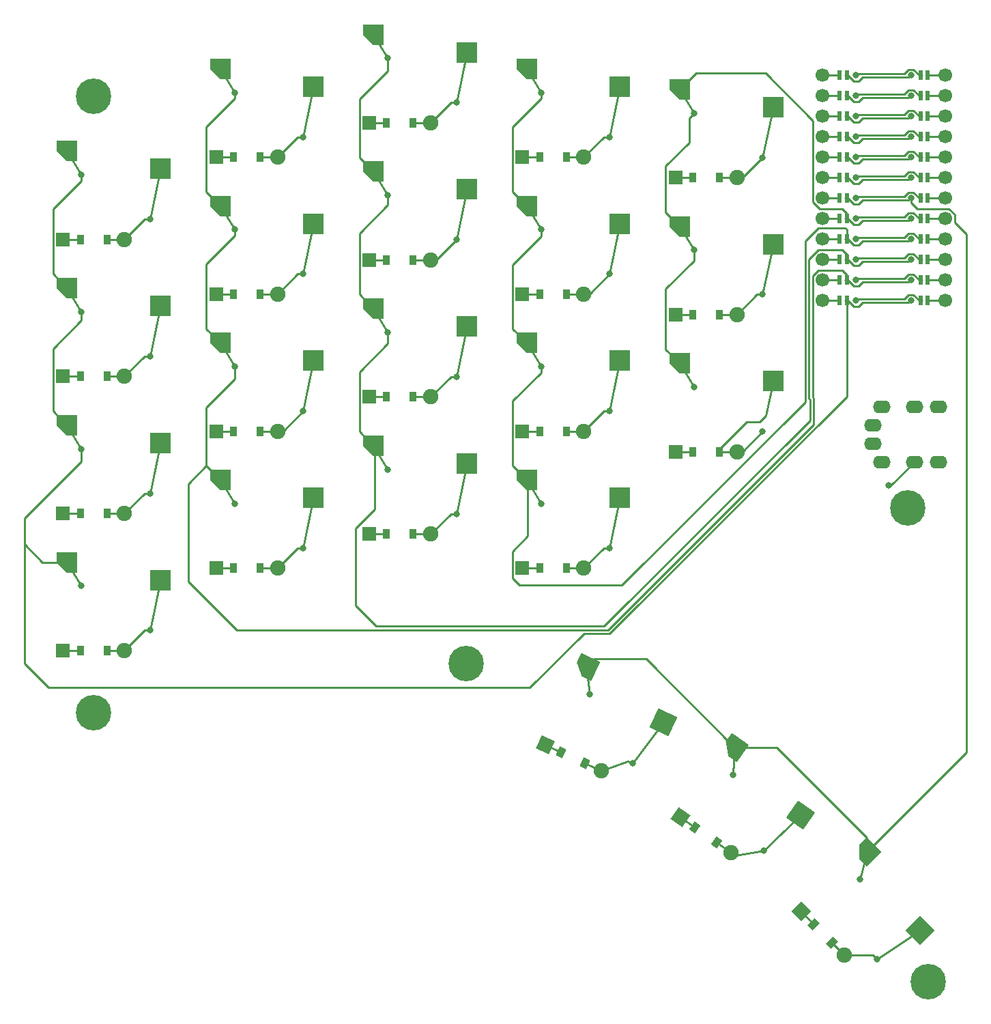
<source format=gbl>
G04 #@! TF.GenerationSoftware,KiCad,Pcbnew,8.0.1*
G04 #@! TF.CreationDate,2024-03-30T10:30:43-04:00*
G04 #@! TF.ProjectId,kipra-kicad,6b697072-612d-46b6-9963-61642e6b6963,v1.0.0*
G04 #@! TF.SameCoordinates,Original*
G04 #@! TF.FileFunction,Copper,L2,Bot*
G04 #@! TF.FilePolarity,Positive*
%FSLAX46Y46*%
G04 Gerber Fmt 4.6, Leading zero omitted, Abs format (unit mm)*
G04 Created by KiCad (PCBNEW 8.0.1) date 2024-03-30 10:30:43*
%MOMM*%
%LPD*%
G01*
G04 APERTURE LIST*
G04 Aperture macros list*
%AMRotRect*
0 Rectangle, with rotation*
0 The origin of the aperture is its center*
0 $1 length*
0 $2 width*
0 $3 Rotation angle, in degrees counterclockwise*
0 Add horizontal line*
21,1,$1,$2,0,0,$3*%
%AMFreePoly0*
4,1,6,1.300000,-1.300000,0.000000,-1.300000,-1.300000,0.000000,-1.300000,1.300000,1.300000,1.300000,1.300000,-1.300000,1.300000,-1.300000,$1*%
G04 Aperture macros list end*
G04 #@! TA.AperFunction,SMDPad,CuDef*
%ADD10R,2.600000X2.600000*%
G04 #@! TD*
G04 #@! TA.AperFunction,SMDPad,CuDef*
%ADD11FreePoly0,0.000000*%
G04 #@! TD*
G04 #@! TA.AperFunction,ComponentPad*
%ADD12C,0.800000*%
G04 #@! TD*
G04 #@! TA.AperFunction,SMDPad,CuDef*
%ADD13RotRect,2.600000X2.600000X315.000000*%
G04 #@! TD*
G04 #@! TA.AperFunction,SMDPad,CuDef*
%ADD14FreePoly0,315.000000*%
G04 #@! TD*
G04 #@! TA.AperFunction,SMDPad,CuDef*
%ADD15RotRect,2.600000X2.600000X325.000000*%
G04 #@! TD*
G04 #@! TA.AperFunction,SMDPad,CuDef*
%ADD16FreePoly0,325.000000*%
G04 #@! TD*
G04 #@! TA.AperFunction,SMDPad,CuDef*
%ADD17RotRect,2.600000X2.600000X335.000000*%
G04 #@! TD*
G04 #@! TA.AperFunction,SMDPad,CuDef*
%ADD18FreePoly0,335.000000*%
G04 #@! TD*
G04 #@! TA.AperFunction,SMDPad,CuDef*
%ADD19R,0.900000X1.200000*%
G04 #@! TD*
G04 #@! TA.AperFunction,ComponentPad*
%ADD20R,1.778000X1.778000*%
G04 #@! TD*
G04 #@! TA.AperFunction,ComponentPad*
%ADD21C,1.905000*%
G04 #@! TD*
G04 #@! TA.AperFunction,SMDPad,CuDef*
%ADD22RotRect,0.900000X1.200000X315.000000*%
G04 #@! TD*
G04 #@! TA.AperFunction,ComponentPad*
%ADD23RotRect,1.778000X1.778000X315.000000*%
G04 #@! TD*
G04 #@! TA.AperFunction,SMDPad,CuDef*
%ADD24RotRect,0.900000X1.200000X325.000000*%
G04 #@! TD*
G04 #@! TA.AperFunction,ComponentPad*
%ADD25RotRect,1.778000X1.778000X325.000000*%
G04 #@! TD*
G04 #@! TA.AperFunction,SMDPad,CuDef*
%ADD26RotRect,0.900000X1.200000X335.000000*%
G04 #@! TD*
G04 #@! TA.AperFunction,ComponentPad*
%ADD27RotRect,1.778000X1.778000X335.000000*%
G04 #@! TD*
G04 #@! TA.AperFunction,ComponentPad*
%ADD28C,1.700000*%
G04 #@! TD*
G04 #@! TA.AperFunction,SMDPad,CuDef*
%ADD29R,0.600000X1.200000*%
G04 #@! TD*
G04 #@! TA.AperFunction,ComponentPad*
%ADD30O,2.200000X1.600000*%
G04 #@! TD*
G04 #@! TA.AperFunction,ComponentPad*
%ADD31C,0.700000*%
G04 #@! TD*
G04 #@! TA.AperFunction,ComponentPad*
%ADD32C,4.400000*%
G04 #@! TD*
G04 #@! TA.AperFunction,ViaPad*
%ADD33C,0.800000*%
G04 #@! TD*
G04 #@! TA.AperFunction,Conductor*
%ADD34C,0.250000*%
G04 #@! TD*
G04 APERTURE END LIST*
D10*
X107839702Y-95852060D03*
D11*
X96289702Y-93652060D03*
D12*
X98064702Y-96602060D03*
X106564702Y-102102060D03*
D10*
X107839703Y-78852061D03*
D11*
X96289703Y-76652061D03*
D12*
X98064703Y-79602061D03*
X106564703Y-85102061D03*
D10*
X107839702Y-61852057D03*
D11*
X96289702Y-59652057D03*
D12*
X98064702Y-62602057D03*
X106564702Y-68102057D03*
D10*
X107839702Y-44852060D03*
D11*
X96289702Y-42652060D03*
D12*
X98064702Y-45602060D03*
X106564702Y-51102060D03*
D10*
X126839700Y-85652055D03*
D11*
X115289700Y-83452055D03*
D12*
X117064700Y-86402055D03*
X125564700Y-91902055D03*
D10*
X126839704Y-68652056D03*
D11*
X115289704Y-66452056D03*
D12*
X117064704Y-69402056D03*
X125564704Y-74902056D03*
D10*
X126839704Y-51652053D03*
D11*
X115289704Y-49452053D03*
D12*
X117064704Y-52402053D03*
X125564704Y-57902053D03*
D10*
X126839707Y-34652059D03*
D11*
X115289707Y-32452059D03*
D12*
X117064707Y-35402059D03*
X125564707Y-40902059D03*
D10*
X145839703Y-81402060D03*
D11*
X134289703Y-79202060D03*
D12*
X136064703Y-82152060D03*
X144564703Y-87652060D03*
D10*
X145839700Y-64402056D03*
D11*
X134289700Y-62202056D03*
D12*
X136064700Y-65152056D03*
X144564700Y-70652056D03*
D10*
X145839705Y-47402059D03*
D11*
X134289705Y-45202059D03*
D12*
X136064705Y-48152059D03*
X144564705Y-53652059D03*
D10*
X145839701Y-30402059D03*
D11*
X134289701Y-28202059D03*
D12*
X136064701Y-31152059D03*
X144564701Y-36652059D03*
D10*
X164839700Y-85652056D03*
D11*
X153289700Y-83452056D03*
D12*
X155064700Y-86402056D03*
X163564700Y-91902056D03*
D10*
X164839701Y-68652059D03*
D11*
X153289701Y-66452059D03*
D12*
X155064701Y-69402059D03*
X163564701Y-74902059D03*
D10*
X164839703Y-51652057D03*
D11*
X153289703Y-49452057D03*
D12*
X155064703Y-52402057D03*
X163564703Y-57902057D03*
D10*
X164839707Y-34652059D03*
D11*
X153289707Y-32452059D03*
D12*
X155064707Y-35402059D03*
X163564707Y-40902059D03*
D10*
X183839700Y-71202058D03*
D11*
X172289700Y-69002058D03*
D12*
X174064700Y-71952058D03*
X182564700Y-77452058D03*
D10*
X183839700Y-54202060D03*
D11*
X172289700Y-52002060D03*
D12*
X174064700Y-54952060D03*
X182564700Y-60452060D03*
D10*
X183839704Y-37202060D03*
D11*
X172289704Y-35002060D03*
D12*
X174064704Y-37952060D03*
X182564704Y-43452060D03*
D13*
X202067665Y-139351723D03*
D14*
X195456216Y-129629003D03*
D12*
X194625365Y-132970083D03*
X196746686Y-142869577D03*
D15*
X187291301Y-125027948D03*
D16*
X179091963Y-116601005D03*
D12*
X178853907Y-120035602D03*
X182662029Y-129416337D03*
D17*
X170252129Y-113487685D03*
D18*
X160714036Y-106612567D03*
D12*
X161076008Y-110036322D03*
X166455224Y-118613270D03*
D19*
X101214707Y-104602056D03*
X97914707Y-104602056D03*
D20*
X95754707Y-104602056D03*
D21*
X103374707Y-104602056D03*
D19*
X101214704Y-87602059D03*
X97914704Y-87602059D03*
D20*
X95754704Y-87602059D03*
D21*
X103374704Y-87602059D03*
D19*
X101214709Y-70602059D03*
X97914709Y-70602059D03*
D20*
X95754709Y-70602059D03*
D21*
X103374709Y-70602059D03*
D19*
X101214705Y-53602057D03*
X97914705Y-53602057D03*
D20*
X95754705Y-53602057D03*
D21*
X103374705Y-53602057D03*
D19*
X120214705Y-94402054D03*
X116914705Y-94402054D03*
D20*
X114754705Y-94402054D03*
D21*
X122374705Y-94402054D03*
D19*
X120214704Y-77402058D03*
X116914704Y-77402058D03*
D20*
X114754704Y-77402058D03*
D21*
X122374704Y-77402058D03*
D19*
X120214706Y-60402060D03*
X116914706Y-60402060D03*
D20*
X114754706Y-60402060D03*
D21*
X122374706Y-60402060D03*
D19*
X120214706Y-43402055D03*
X116914706Y-43402055D03*
D20*
X114754706Y-43402055D03*
D21*
X122374706Y-43402055D03*
D19*
X139214707Y-90152058D03*
X135914707Y-90152058D03*
D20*
X133754707Y-90152058D03*
D21*
X141374707Y-90152058D03*
D19*
X139214705Y-73152062D03*
X135914705Y-73152062D03*
D20*
X133754705Y-73152062D03*
D21*
X141374705Y-73152062D03*
D19*
X139214703Y-56152059D03*
X135914703Y-56152059D03*
D20*
X133754703Y-56152059D03*
D21*
X141374703Y-56152059D03*
D19*
X139214704Y-39152057D03*
X135914704Y-39152057D03*
D20*
X133754704Y-39152057D03*
D21*
X141374704Y-39152057D03*
D19*
X158214707Y-94402057D03*
X154914707Y-94402057D03*
D20*
X152754707Y-94402057D03*
D21*
X160374707Y-94402057D03*
D19*
X158214707Y-77402055D03*
X154914707Y-77402055D03*
D20*
X152754707Y-77402055D03*
D21*
X160374707Y-77402055D03*
D19*
X158214705Y-60402059D03*
X154914705Y-60402059D03*
D20*
X152754705Y-60402059D03*
D21*
X160374705Y-60402059D03*
D19*
X158214703Y-43402054D03*
X154914703Y-43402054D03*
D20*
X152754703Y-43402054D03*
D21*
X160374703Y-43402054D03*
D19*
X177214704Y-79952057D03*
X173914704Y-79952057D03*
D20*
X171754704Y-79952057D03*
D21*
X179374704Y-79952057D03*
D19*
X177214700Y-62952058D03*
X173914700Y-62952058D03*
D20*
X171754700Y-62952058D03*
D21*
X179374700Y-62952058D03*
D19*
X177214700Y-45952056D03*
X173914700Y-45952056D03*
D20*
X171754700Y-45952056D03*
D21*
X179374700Y-45952056D03*
D22*
X191195893Y-140854317D03*
X188862441Y-138520865D03*
D23*
X187335090Y-136993514D03*
D21*
X192723244Y-142381668D03*
D24*
X176845629Y-128395584D03*
X174142427Y-126502782D03*
D25*
X172373059Y-125263857D03*
D21*
X178614997Y-129634509D03*
D26*
X160549936Y-118618029D03*
X157559120Y-117223389D03*
D27*
X155601495Y-116310534D03*
D21*
X162507561Y-119530884D03*
D28*
X189944704Y-33252055D03*
X205184704Y-33252055D03*
D12*
X200964704Y-33252055D03*
X194164704Y-33252055D03*
D29*
X192084704Y-33252055D03*
X192984705Y-33252055D03*
X202144704Y-33252055D03*
X203044703Y-33252055D03*
D28*
X189944704Y-35792055D03*
X205184704Y-35792055D03*
D12*
X200964704Y-35792055D03*
X194164704Y-35792055D03*
D29*
X192084703Y-35792055D03*
X192984704Y-35792055D03*
X202144703Y-35792055D03*
X203044704Y-35792055D03*
D28*
X189944704Y-38332055D03*
X205184704Y-38332055D03*
D12*
X200964705Y-38332055D03*
X194164703Y-38332056D03*
D29*
X192084704Y-38332055D03*
X192984704Y-38332055D03*
X202144704Y-38332054D03*
X203044705Y-38332055D03*
D28*
X189944705Y-40872055D03*
X205184704Y-40872055D03*
D12*
X200964704Y-40872055D03*
X194164703Y-40872055D03*
D29*
X192084704Y-40872055D03*
X192984705Y-40872054D03*
X202144704Y-40872055D03*
X203044704Y-40872055D03*
D28*
X189944704Y-43412055D03*
X205184704Y-43412055D03*
D12*
X200964704Y-43412055D03*
X194164704Y-43412055D03*
D29*
X192084704Y-43412055D03*
X192984704Y-43412055D03*
X202144704Y-43412055D03*
X203044704Y-43412055D03*
D28*
X189944704Y-45952055D03*
X205184704Y-45952055D03*
D12*
X200964704Y-45952055D03*
X194164704Y-45952055D03*
D29*
X192084705Y-45952055D03*
X192984704Y-45952055D03*
X202144704Y-45952055D03*
X203044703Y-45952055D03*
D28*
X189944704Y-48492055D03*
X205184704Y-48492055D03*
D12*
X200964704Y-48492055D03*
X194164704Y-48492055D03*
D29*
X192084704Y-48492055D03*
X192984704Y-48492055D03*
X202144704Y-48492055D03*
X203044704Y-48492055D03*
D28*
X189944704Y-51032055D03*
X205184703Y-51032055D03*
D12*
X200964705Y-51032055D03*
X194164704Y-51032055D03*
D29*
X192084704Y-51032055D03*
X192984704Y-51032055D03*
X202144703Y-51032056D03*
X203044704Y-51032055D03*
D28*
X189944704Y-53572055D03*
X205184704Y-53572055D03*
D12*
X200964705Y-53572054D03*
X194164703Y-53572055D03*
D29*
X192084703Y-53572055D03*
X192984704Y-53572056D03*
X202144704Y-53572055D03*
X203044704Y-53572055D03*
D28*
X189944704Y-56112055D03*
X205184704Y-56112055D03*
D12*
X200964704Y-56112055D03*
X194164704Y-56112055D03*
D29*
X192084704Y-56112055D03*
X192984705Y-56112055D03*
X202144704Y-56112055D03*
X203044705Y-56112055D03*
D28*
X189944704Y-58652055D03*
X205184704Y-58652055D03*
D12*
X200964704Y-58652055D03*
X194164704Y-58652055D03*
D29*
X192084705Y-58652055D03*
X192984704Y-58652055D03*
X202144703Y-58652055D03*
X203044704Y-58652055D03*
D28*
X189944706Y-61192054D03*
X205184704Y-61192055D03*
D12*
X200964704Y-61192055D03*
X194164704Y-61192055D03*
D29*
X192084704Y-61192055D03*
X192984703Y-61192055D03*
X202144702Y-61192055D03*
X203044704Y-61192055D03*
D30*
X196264699Y-76652058D03*
X197364698Y-81252058D03*
X201364699Y-81252058D03*
X204364700Y-81252058D03*
X196264699Y-78952058D03*
X197364699Y-74352058D03*
X201364700Y-74352057D03*
X204364699Y-74352057D03*
D31*
X100731431Y-113518785D03*
D32*
X99564705Y-112352059D03*
D31*
X99564705Y-114002059D03*
X100731431Y-111185333D03*
X97914705Y-112352059D03*
X98397979Y-111185333D03*
X98397979Y-113518785D03*
X101214705Y-112352059D03*
X99564705Y-110702059D03*
X100731426Y-37018783D03*
D32*
X99564700Y-35852057D03*
D31*
X99564700Y-37502057D03*
X100731426Y-34685331D03*
X97914700Y-35852057D03*
X98397974Y-34685331D03*
X98397974Y-37018783D03*
X101214700Y-35852057D03*
X99564700Y-34202057D03*
X201731430Y-88118785D03*
D32*
X200564704Y-86952059D03*
D31*
X200564704Y-88602059D03*
X201731430Y-85785333D03*
X198914704Y-86952059D03*
X199397978Y-85785333D03*
X199397978Y-88118785D03*
X202214704Y-86952059D03*
X200564704Y-85302059D03*
X146324713Y-107755152D03*
D32*
X145760381Y-106204659D03*
D31*
X145063061Y-107700067D03*
X147310874Y-105640327D03*
X144264973Y-105507339D03*
X145196049Y-104654166D03*
X144209888Y-106768991D03*
X147255789Y-106901979D03*
X146457701Y-104709251D03*
X203110645Y-147347999D03*
D32*
X203110645Y-145697999D03*
D31*
X201943919Y-146864725D03*
X204760645Y-145697999D03*
X201943919Y-144531273D03*
X203110645Y-144047999D03*
X201460645Y-145697999D03*
X204277371Y-146864725D03*
X204277371Y-144531273D03*
D33*
X198200079Y-84147059D03*
D34*
X198200079Y-84147059D02*
X198469698Y-84147059D01*
X198469698Y-84147059D02*
X201364699Y-81252058D01*
X179374700Y-62952058D02*
X181874698Y-60452060D01*
X181874698Y-60452060D02*
X182564700Y-60452060D01*
X177214700Y-62952058D02*
X179374700Y-62952058D01*
X192984704Y-53572056D02*
X192984704Y-52401759D01*
X192790000Y-52207055D02*
X189458003Y-52207055D01*
X192984704Y-52401759D02*
X192790000Y-52207055D01*
X189458003Y-52207055D02*
X187869699Y-53795359D01*
X153439700Y-90400300D02*
X153439700Y-83602056D01*
X187869699Y-53795359D02*
X187869699Y-73750301D01*
X187869699Y-73750301D02*
X165100000Y-96520000D01*
X165100000Y-96520000D02*
X152400000Y-96520000D01*
X152400000Y-96520000D02*
X151540707Y-95660707D01*
X151540707Y-95660707D02*
X151540707Y-92299293D01*
X151540707Y-92299293D02*
X153439700Y-90400300D01*
X153439700Y-83602056D02*
X153289700Y-83452056D01*
X192459704Y-54937055D02*
X193139698Y-55617049D01*
X188319699Y-56075359D02*
X189458003Y-54937055D01*
X188319699Y-73383303D02*
X188319699Y-56075359D01*
X188410000Y-73473604D02*
X188319699Y-73383303D01*
X134620000Y-101600000D02*
X162878198Y-101600000D01*
X188410000Y-76068198D02*
X188410000Y-73473604D01*
X132080000Y-99060000D02*
X134620000Y-101600000D01*
X132080000Y-89436757D02*
X132080000Y-99060000D01*
X189458003Y-54937055D02*
X192459704Y-54937055D01*
X134439703Y-87077054D02*
X132080000Y-89436757D01*
X134439703Y-79352060D02*
X134439703Y-87077054D01*
X162878198Y-101600000D02*
X188410000Y-76068198D01*
X134289703Y-79202060D02*
X134439703Y-79352060D01*
X193139698Y-55617049D02*
X193139698Y-56112056D01*
X177214704Y-79952057D02*
X179374704Y-79952057D01*
X179374704Y-79952057D02*
X180064701Y-79952057D01*
X180064701Y-79952057D02*
X182564700Y-77452058D01*
X134289700Y-62202056D02*
X132540703Y-60453059D01*
X132540703Y-60453059D02*
X132540703Y-52879297D01*
X132540703Y-52879297D02*
X136064705Y-49355295D01*
X136064705Y-49355295D02*
X136064705Y-48152059D01*
X153289701Y-66452059D02*
X151540705Y-64703063D01*
X151540705Y-64703063D02*
X151540705Y-56739295D01*
X151540705Y-56739295D02*
X155064703Y-53215297D01*
X155064703Y-53215297D02*
X155064703Y-52402057D01*
X115289700Y-83452055D02*
X113540704Y-81703059D01*
X113540704Y-81703059D02*
X113540703Y-81703059D01*
X91004708Y-88207055D02*
X91004708Y-91440000D01*
X91004708Y-91440000D02*
X91004708Y-106244708D01*
X96289702Y-93652060D02*
X93216768Y-93652060D01*
X93216768Y-93652060D02*
X91004708Y-91440000D01*
X163569188Y-102500000D02*
X192984703Y-73084485D01*
X188860000Y-76572792D02*
X188860000Y-73287208D01*
X153672792Y-109220000D02*
X160392792Y-102500000D01*
X96284705Y-76652063D02*
X98064700Y-79602060D01*
X113540705Y-74471058D02*
X113540703Y-81703059D01*
X98064700Y-79602060D02*
X98064700Y-81147063D01*
X160392792Y-102500000D02*
X163569188Y-102500000D01*
X91004708Y-106244708D02*
X93980000Y-109220000D01*
X188860000Y-73287208D02*
X188769699Y-73196907D01*
X98064700Y-81147063D02*
X91004708Y-88207055D01*
X117064701Y-69402057D02*
X117064705Y-70947058D01*
X192984703Y-73084485D02*
X192984703Y-61192056D01*
X177214707Y-79952059D02*
X177214707Y-79669000D01*
X192459705Y-57477057D02*
X192984704Y-58002055D01*
X182166546Y-76277058D02*
X182969861Y-75473743D01*
X113540703Y-81703059D02*
X111324705Y-83919057D01*
X188769699Y-73196907D02*
X188769699Y-58165355D01*
X93980000Y-109220000D02*
X153672792Y-109220000D01*
X115284703Y-66452059D02*
X117064701Y-69402057D01*
X180606649Y-76277058D02*
X182166546Y-76277058D01*
X189458004Y-57477059D02*
X192459705Y-57477057D01*
X117290000Y-102050000D02*
X163382792Y-102050000D01*
X182969861Y-75473743D02*
X183844703Y-71202059D01*
X111324705Y-83919057D02*
X111324705Y-96084705D01*
X192984704Y-58002055D02*
X192984704Y-58652058D01*
X177214707Y-79669000D02*
X180606649Y-76277058D01*
X117064705Y-70947058D02*
X113540705Y-74471058D01*
X163382792Y-102050000D02*
X188860000Y-76572792D01*
X188769699Y-58165355D02*
X189458004Y-57477059D01*
X111324705Y-96084705D02*
X117290000Y-102050000D01*
X172289704Y-35002060D02*
X174271764Y-33020000D01*
X174271764Y-33020000D02*
X182907644Y-33020000D01*
X182907644Y-33020000D02*
X188769704Y-38882060D01*
X192459704Y-49857055D02*
X192984704Y-50382055D01*
X188769704Y-38882060D02*
X188769704Y-48978756D01*
X188769704Y-48978756D02*
X189648003Y-49857055D01*
X189648003Y-49857055D02*
X192459704Y-49857055D01*
X192984704Y-50382055D02*
X192984704Y-51032055D01*
X187335090Y-136993510D02*
X187335093Y-136993519D01*
X187335093Y-136993519D02*
X188862444Y-138520870D01*
X192723240Y-142381670D02*
X192723241Y-142381665D01*
X192723241Y-142381665D02*
X191195896Y-140854315D01*
X192723240Y-142381670D02*
X196258778Y-142381668D01*
X196258778Y-142381668D02*
X196746688Y-142869579D01*
X178614992Y-129634513D02*
X179180209Y-130030278D01*
X179180209Y-130030278D02*
X182662030Y-129416342D01*
X176845627Y-128395585D02*
X178614991Y-129634510D01*
X178614991Y-129634510D02*
X178614992Y-129634513D01*
X172373058Y-125263856D02*
X174142421Y-126502783D01*
X174142421Y-126502783D02*
X174142424Y-126502786D01*
X162507565Y-119530886D02*
X165829872Y-118321667D01*
X165829872Y-118321667D02*
X166455225Y-118613274D01*
X157559118Y-117223392D02*
X155601495Y-116310535D01*
X162507565Y-119530886D02*
X160549933Y-118618031D01*
X172289700Y-52002058D02*
X170540705Y-50253058D01*
X170540705Y-50253058D02*
X170540705Y-44526055D01*
X170540705Y-44526055D02*
X173475204Y-41591556D01*
X173475204Y-41591556D02*
X173475202Y-38541554D01*
X173475202Y-38541554D02*
X174064705Y-37952062D01*
X172289702Y-69002056D02*
X170540706Y-67253059D01*
X170540706Y-67253059D02*
X170540704Y-59766055D01*
X170540704Y-59766055D02*
X174064705Y-56242060D01*
X174064705Y-56242060D02*
X174064702Y-54952056D01*
X171754704Y-79952053D02*
X173914703Y-79952057D01*
X171754706Y-62952060D02*
X173914703Y-62952061D01*
X171754703Y-45952058D02*
X173914704Y-45952059D01*
X177214703Y-45952052D02*
X179374706Y-45952051D01*
X182564701Y-43452061D02*
X180064703Y-45952057D01*
X180064703Y-45952057D02*
X179374706Y-45952051D01*
X152754705Y-43402060D02*
X154914706Y-43402057D01*
X158214697Y-43402054D02*
X160374707Y-43402059D01*
X163564702Y-40902056D02*
X162874705Y-40902059D01*
X162874705Y-40902059D02*
X160374707Y-43402059D01*
X153289701Y-49452060D02*
X151540700Y-47703055D01*
X151540700Y-47703055D02*
X151540701Y-39659739D01*
X151540701Y-39659739D02*
X155064703Y-36135743D01*
X155064703Y-36135743D02*
X155064701Y-35402059D01*
X152754703Y-60402060D02*
X154914702Y-60402061D01*
X158214704Y-60402059D02*
X160374706Y-60402061D01*
X163564703Y-57902060D02*
X161064707Y-60402055D01*
X161064707Y-60402055D02*
X160374706Y-60402061D01*
X153289706Y-83452058D02*
X151540703Y-81703056D01*
X151540703Y-81703056D02*
X151540704Y-73659743D01*
X155064705Y-70135745D02*
X155064701Y-69402063D01*
X151540704Y-73659743D02*
X155064705Y-70135745D01*
X160374702Y-77402057D02*
X162874703Y-74902054D01*
X162874703Y-74902054D02*
X163564702Y-74902061D01*
X158214704Y-77402060D02*
X160374702Y-77402057D01*
X152754701Y-77402057D02*
X154914703Y-77402058D01*
X154914704Y-94402061D02*
X152754701Y-94402058D01*
X160374704Y-94402061D02*
X158214706Y-94402057D01*
X160374704Y-94402061D02*
X162874703Y-91902056D01*
X162874703Y-91902056D02*
X163564702Y-91902059D01*
X141374702Y-90152059D02*
X143874702Y-87652058D01*
X143874702Y-87652058D02*
X144564701Y-87652058D01*
X139214707Y-90152059D02*
X141374702Y-90152059D01*
X133754702Y-90152059D02*
X135914705Y-90152058D01*
X134289705Y-79202058D02*
X132540705Y-77453060D01*
X132540705Y-77453060D02*
X132540703Y-70036063D01*
X132540703Y-70036063D02*
X136064703Y-66512056D01*
X136064703Y-66512056D02*
X136064705Y-65152055D01*
X139214705Y-73152058D02*
X141374704Y-73152056D01*
X133754706Y-73152056D02*
X135914705Y-73152060D01*
X144564702Y-70652055D02*
X143874706Y-70652059D01*
X143874706Y-70652059D02*
X141374704Y-73152056D01*
X139214704Y-56152060D02*
X141374704Y-56152057D01*
X133754705Y-56152052D02*
X135914705Y-56152058D01*
X144564700Y-53652054D02*
X142064702Y-56152059D01*
X142064702Y-56152059D02*
X141374704Y-56152057D01*
X134289702Y-45202062D02*
X132540700Y-43453057D01*
X132540700Y-43453057D02*
X132540701Y-36221056D01*
X132540701Y-36221056D02*
X136064708Y-32697057D01*
X136064708Y-32697057D02*
X136064705Y-31152056D01*
X139214706Y-39152059D02*
X141374704Y-39152057D01*
X133754706Y-39152058D02*
X135914700Y-39152059D01*
X144564706Y-36652057D02*
X143874704Y-36652057D01*
X143874704Y-36652057D02*
X141374704Y-39152057D01*
X114754703Y-94402059D02*
X116914700Y-94402058D01*
X120214699Y-94402053D02*
X122374707Y-94402052D01*
X122374707Y-94402052D02*
X124874700Y-91902056D01*
X124874700Y-91902056D02*
X125564704Y-91902058D01*
X120214703Y-77402060D02*
X122374701Y-77402058D01*
X114754701Y-77402060D02*
X116914697Y-77402059D01*
X125564706Y-74902061D02*
X123064703Y-77402057D01*
X123064703Y-77402057D02*
X122374701Y-77402058D01*
X115289702Y-66452058D02*
X113540702Y-64703055D01*
X113540702Y-64703055D02*
X113540703Y-56659746D01*
X113540703Y-56659746D02*
X117064705Y-53135739D01*
X117064705Y-53135739D02*
X117064703Y-52402060D01*
X114754699Y-60402064D02*
X116914710Y-60402059D01*
X120214704Y-60402060D02*
X122374704Y-60402055D01*
X122374704Y-60402055D02*
X124874703Y-57902058D01*
X124874703Y-57902058D02*
X125564699Y-57902059D01*
X115289704Y-49452059D02*
X113540704Y-47703060D01*
X113540704Y-47703060D02*
X113540703Y-39659742D01*
X113540703Y-39659742D02*
X117064703Y-36135738D01*
X117064703Y-36135738D02*
X117064702Y-35402055D01*
X114754703Y-43402056D02*
X116914709Y-43402058D01*
X120214702Y-43402059D02*
X122374704Y-43402055D01*
X122374704Y-43402055D02*
X124874703Y-40902052D01*
X124874703Y-40902052D02*
X125564700Y-40902060D01*
X101214701Y-53602056D02*
X103374704Y-53602058D01*
X95754703Y-53602055D02*
X97914706Y-53602056D01*
X101214709Y-70602057D02*
X103374704Y-70602058D01*
X95754698Y-70602056D02*
X97914706Y-70602061D01*
X97914706Y-87602058D02*
X95754701Y-87602059D01*
X103374704Y-87602059D02*
X101214704Y-87602060D01*
X101214700Y-104602059D02*
X103374701Y-104602055D01*
X97914705Y-104602057D02*
X95754698Y-104602057D01*
X103374701Y-104602055D02*
X105874704Y-102102057D01*
X105874704Y-102102057D02*
X106564706Y-102102056D01*
X103374704Y-87602059D02*
X105874700Y-85102055D01*
X105874700Y-85102055D02*
X106564706Y-85102061D01*
X103374704Y-70602058D02*
X105874705Y-68102061D01*
X105874705Y-68102061D02*
X106564704Y-68102059D01*
X103374704Y-53602058D02*
X105874704Y-51102057D01*
X105874704Y-51102057D02*
X106564701Y-51102059D01*
X96289706Y-59652054D02*
X94540703Y-57903058D01*
X94540703Y-57903058D02*
X94540700Y-49859739D01*
X98064703Y-46335744D02*
X98064701Y-45602059D01*
X94540700Y-49859739D02*
X98064703Y-46335744D01*
X96289703Y-76652054D02*
X94540704Y-74903055D01*
X94540704Y-74903055D02*
X94540706Y-67186058D01*
X94540706Y-67186058D02*
X98064707Y-63662057D01*
X98064707Y-63662057D02*
X98064702Y-62602059D01*
X179091964Y-116601004D02*
X184271703Y-116601006D01*
X184271703Y-116601006D02*
X195456214Y-127785521D01*
X195456214Y-127785521D02*
X195456214Y-129628999D01*
X160714041Y-106612562D02*
X161696034Y-105630566D01*
X161696034Y-105630566D02*
X168121526Y-105630567D01*
X168121526Y-105630567D02*
X179091964Y-116601004D01*
X195456214Y-129628999D02*
X207844706Y-117240511D01*
X207844706Y-117240511D02*
X207844703Y-53003757D01*
X207844703Y-53003757D02*
X206359704Y-51518762D01*
X205671403Y-49857058D02*
X201764019Y-49857058D01*
X206359704Y-51518762D02*
X206359701Y-50545357D01*
X206359701Y-50545357D02*
X205671403Y-49857058D01*
X201764019Y-49857058D02*
X200964702Y-49057743D01*
X200964702Y-49057743D02*
X200964700Y-48492061D01*
X96284706Y-93652058D02*
X98064702Y-96602059D01*
X107844705Y-95852060D02*
X106564706Y-102102056D01*
X107844700Y-78852061D02*
X106564706Y-85102061D01*
X96284701Y-59652059D02*
X98064702Y-62602059D01*
X107844703Y-61852059D02*
X106564704Y-68102059D01*
X96284703Y-42652056D02*
X98064701Y-45602059D01*
X107844705Y-44852059D02*
X106564701Y-51102059D01*
X115284703Y-83452057D02*
X117064706Y-86402057D01*
X126844704Y-85652059D02*
X125564704Y-91902058D01*
X126844703Y-68652058D02*
X125564706Y-74902061D01*
X115284704Y-49452063D02*
X117064703Y-52402060D01*
X126844706Y-51652052D02*
X125564699Y-57902059D01*
X115284707Y-32452057D02*
X117064702Y-35402055D01*
X126844705Y-34652056D02*
X125564700Y-40902060D01*
X134284704Y-79202060D02*
X136064700Y-82152057D01*
X145844706Y-81402059D02*
X144564701Y-87652058D01*
X134284703Y-62202055D02*
X136064705Y-65152055D01*
X145844706Y-64402057D02*
X144564702Y-70652055D01*
X134284703Y-45202061D02*
X136064705Y-48152056D01*
X145844700Y-47402055D02*
X144564700Y-53652054D01*
X134284702Y-28202060D02*
X136064705Y-31152056D01*
X145844702Y-30402059D02*
X144564706Y-36652057D01*
X153284704Y-83452059D02*
X155064705Y-86402062D01*
X164844706Y-85652058D02*
X163564702Y-91902059D01*
X153284700Y-66452061D02*
X155064701Y-69402063D01*
X164844701Y-68652054D02*
X163564702Y-74902061D01*
X153284703Y-49452058D02*
X155064703Y-52402061D01*
X164844705Y-51652060D02*
X163564703Y-57902060D01*
X153284703Y-32452062D02*
X155064701Y-35402059D01*
X164844697Y-34652064D02*
X163564702Y-40902056D01*
X172284703Y-69002059D02*
X174064702Y-71952059D01*
X172284699Y-52002054D02*
X174064702Y-54952056D01*
X183844703Y-54202058D02*
X182564703Y-60452057D01*
X172284703Y-35002059D02*
X174064705Y-37952062D01*
X183844708Y-37202060D02*
X182564701Y-43452061D01*
X195454700Y-129632061D02*
X194624705Y-132972054D01*
X202064703Y-139352061D02*
X196744701Y-142872058D01*
X179094703Y-116602061D02*
X178854706Y-120032056D01*
X187294704Y-125032060D02*
X182664702Y-129412055D01*
X160714703Y-106612056D02*
X161074705Y-110032060D01*
X170254704Y-113492058D02*
X166454704Y-118612060D01*
X189944705Y-33252053D02*
X192064702Y-33252055D01*
X205184704Y-33252062D02*
X203064702Y-33252060D01*
X194959705Y-33482054D02*
X200734705Y-33482055D01*
X192789702Y-33252059D02*
X193139704Y-33252060D01*
X193864698Y-33977058D02*
X194464700Y-33977058D01*
X193139704Y-33252060D02*
X193864698Y-33977058D01*
X194464700Y-33977058D02*
X194959705Y-33482054D01*
X202339703Y-33252057D02*
X201989703Y-33252057D01*
X200159705Y-33032054D02*
X194384707Y-33032060D01*
X201989703Y-33252057D02*
X201264702Y-32527058D01*
X201264702Y-32527058D02*
X200664703Y-32527065D01*
X200664703Y-32527065D02*
X200159705Y-33032054D01*
X189944706Y-35792057D02*
X192064706Y-35792060D01*
X205184703Y-35792056D02*
X203064704Y-35792059D01*
X194959706Y-36022059D02*
X200734702Y-36022058D01*
X192789704Y-35792057D02*
X193139704Y-35792054D01*
X193864706Y-36517057D02*
X194464704Y-36517058D01*
X193139704Y-35792054D02*
X193864706Y-36517057D01*
X194464704Y-36517058D02*
X194959706Y-36022059D01*
X202339703Y-35792055D02*
X201989704Y-35792056D01*
X200159701Y-35572060D02*
X194384703Y-35572059D01*
X201989704Y-35792056D02*
X201264703Y-35067056D01*
X201264703Y-35067056D02*
X200664706Y-35067055D01*
X200664706Y-35067055D02*
X200159701Y-35572060D01*
X189944700Y-38332057D02*
X192064703Y-38332054D01*
X205184698Y-38332058D02*
X203064698Y-38332055D01*
X194959706Y-38562062D02*
X200734704Y-38562061D01*
X192789706Y-38332056D02*
X193139706Y-38332056D01*
X193864703Y-39057056D02*
X194464704Y-39057058D01*
X193139706Y-38332056D02*
X193864703Y-39057056D01*
X194464704Y-39057058D02*
X194959706Y-38562062D01*
X202339704Y-38332061D02*
X201989700Y-38332060D01*
X200159703Y-38112061D02*
X194384703Y-38112059D01*
X201989700Y-38332060D02*
X201264703Y-37607056D01*
X201264703Y-37607056D02*
X200664705Y-37607056D01*
X200664705Y-37607056D02*
X200159703Y-38112061D01*
X189944703Y-40872056D02*
X192064705Y-40872054D01*
X205184703Y-40872055D02*
X203064700Y-40872056D01*
X194959707Y-41102060D02*
X200734705Y-41102060D01*
X192789708Y-40872059D02*
X193139704Y-40872058D01*
X193864703Y-41597061D02*
X194464703Y-41597056D01*
X193139704Y-40872058D02*
X193864703Y-41597061D01*
X194464703Y-41597056D02*
X194959707Y-41102060D01*
X202339702Y-40872054D02*
X201989708Y-40872059D01*
X200159702Y-40652056D02*
X194384705Y-40652057D01*
X201989708Y-40872059D02*
X201264706Y-40147058D01*
X201264706Y-40147058D02*
X200664705Y-40147055D01*
X200664705Y-40147055D02*
X200159702Y-40652056D01*
X189944704Y-43412059D02*
X192064707Y-43412059D01*
X205184703Y-43412057D02*
X203064701Y-43412061D01*
X194959701Y-43642061D02*
X200734706Y-43642055D01*
X192789702Y-43412058D02*
X193139703Y-43412058D01*
X193864705Y-44137058D02*
X194464708Y-44137059D01*
X193139703Y-43412058D02*
X193864705Y-44137058D01*
X194464708Y-44137059D02*
X194959701Y-43642061D01*
X202339702Y-43412061D02*
X201989706Y-43412058D01*
X200159700Y-43192053D02*
X194384700Y-43192059D01*
X201989706Y-43412058D02*
X201264704Y-42687057D01*
X201264704Y-42687057D02*
X200664707Y-42687054D01*
X200664707Y-42687054D02*
X200159700Y-43192053D01*
X189944707Y-45952057D02*
X192064705Y-45952057D01*
X205184704Y-45952058D02*
X203064706Y-45952057D01*
X194959706Y-46182058D02*
X200734702Y-46182052D01*
X192789700Y-45952057D02*
X193139705Y-45952060D01*
X193864702Y-46677054D02*
X194464703Y-46677057D01*
X193139705Y-45952060D02*
X193864702Y-46677054D01*
X194464703Y-46677057D02*
X194959706Y-46182058D01*
X202339703Y-45952059D02*
X201989702Y-45952058D01*
X200159700Y-45732053D02*
X194384704Y-45732061D01*
X201989702Y-45952058D02*
X201264703Y-45227053D01*
X201264703Y-45227053D02*
X200664701Y-45227059D01*
X200664701Y-45227059D02*
X200159700Y-45732053D01*
X189944703Y-48492058D02*
X192064704Y-48492065D01*
X205184704Y-48492060D02*
X203064702Y-48492058D01*
X194959701Y-48722056D02*
X200734701Y-48722059D01*
X192789703Y-48492056D02*
X193139705Y-48492059D01*
X193864704Y-49217058D02*
X194464703Y-49217055D01*
X193139705Y-48492059D02*
X193864704Y-49217058D01*
X194464703Y-49217055D02*
X194959701Y-48722056D01*
X202339701Y-48492057D02*
X201989703Y-48492060D01*
X200159703Y-48272059D02*
X194384704Y-48272057D01*
X201989703Y-48492060D02*
X201264703Y-47767054D01*
X201264703Y-47767054D02*
X200664700Y-47767058D01*
X200664700Y-47767058D02*
X200159703Y-48272059D01*
X189944701Y-51032058D02*
X192064702Y-51032059D01*
X205184705Y-51032058D02*
X203064703Y-51032060D01*
X194959708Y-51262058D02*
X200734698Y-51262057D01*
X192789705Y-51032060D02*
X193139703Y-51032064D01*
X193864702Y-51757056D02*
X194464704Y-51757059D01*
X193139703Y-51032064D02*
X193864702Y-51757056D01*
X194464704Y-51757059D02*
X194959708Y-51262058D01*
X202339702Y-51032061D02*
X201989699Y-51032057D01*
X200159705Y-50812057D02*
X194384705Y-50812057D01*
X201989699Y-51032057D02*
X201264702Y-50307058D01*
X201264702Y-50307058D02*
X200664703Y-50307058D01*
X200664703Y-50307058D02*
X200159705Y-50812057D01*
X189944704Y-53572058D02*
X192064700Y-53572057D01*
X205184699Y-53572056D02*
X203064705Y-53572054D01*
X194959699Y-53802058D02*
X200734702Y-53802054D01*
X192789704Y-53572061D02*
X193139704Y-53572055D01*
X193864704Y-54297059D02*
X194464704Y-54297057D01*
X193139704Y-53572055D02*
X193864704Y-54297059D01*
X194464704Y-54297057D02*
X194959699Y-53802058D01*
X202339703Y-53572061D02*
X201989700Y-53572058D01*
X200159704Y-53352059D02*
X194384704Y-53352056D01*
X201989700Y-53572058D02*
X201264700Y-52847057D01*
X201264700Y-52847057D02*
X200664706Y-52847061D01*
X200664706Y-52847061D02*
X200159704Y-53352059D01*
X189944704Y-56112058D02*
X192064702Y-56112058D01*
X205184703Y-56112059D02*
X203064703Y-56112056D01*
X194959705Y-56342058D02*
X200734698Y-56342059D01*
X192789704Y-56112056D02*
X193139698Y-56112056D01*
X193864704Y-56837060D02*
X194464706Y-56837059D01*
X193139698Y-56112056D02*
X193864704Y-56837060D01*
X194464706Y-56837059D02*
X194959705Y-56342058D01*
X202339705Y-56112060D02*
X201989704Y-56112056D01*
X200159705Y-55892059D02*
X194384700Y-55892058D01*
X201989704Y-56112056D02*
X201264702Y-55387056D01*
X201264702Y-55387056D02*
X200664701Y-55387054D01*
X200664701Y-55387054D02*
X200159705Y-55892059D01*
X189944700Y-58652064D02*
X192064705Y-58652060D01*
X205184700Y-58652059D02*
X203064702Y-58652055D01*
X194959703Y-58882060D02*
X200734697Y-58882059D01*
X192789702Y-58652058D02*
X193139701Y-58652053D01*
X193864700Y-59377059D02*
X194464701Y-59377059D01*
X193139701Y-58652053D02*
X193864700Y-59377059D01*
X194464701Y-59377059D02*
X194959703Y-58882060D01*
X202339706Y-58652060D02*
X201989702Y-58652057D01*
X200159702Y-58432060D02*
X194384703Y-58432058D01*
X201989702Y-58652057D02*
X201264701Y-57927056D01*
X201264701Y-57927056D02*
X200664704Y-57927057D01*
X200664704Y-57927057D02*
X200159702Y-58432060D01*
X189944706Y-61192056D02*
X192064707Y-61192055D01*
X205184705Y-61192059D02*
X203064701Y-61192059D01*
X194959705Y-61422056D02*
X200734699Y-61422060D01*
X192789702Y-61192059D02*
X193139701Y-61192055D01*
X193864702Y-61917063D02*
X194464702Y-61917058D01*
X193139701Y-61192055D02*
X193864702Y-61917063D01*
X194464702Y-61917058D02*
X194959705Y-61422056D01*
X202339700Y-61192060D02*
X201989706Y-61192057D01*
X200159703Y-60972058D02*
X194384701Y-60972059D01*
X201989706Y-61192057D02*
X201264702Y-60467058D01*
X201264702Y-60467058D02*
X200664698Y-60467058D01*
X200664698Y-60467058D02*
X200159703Y-60972058D01*
M02*

</source>
